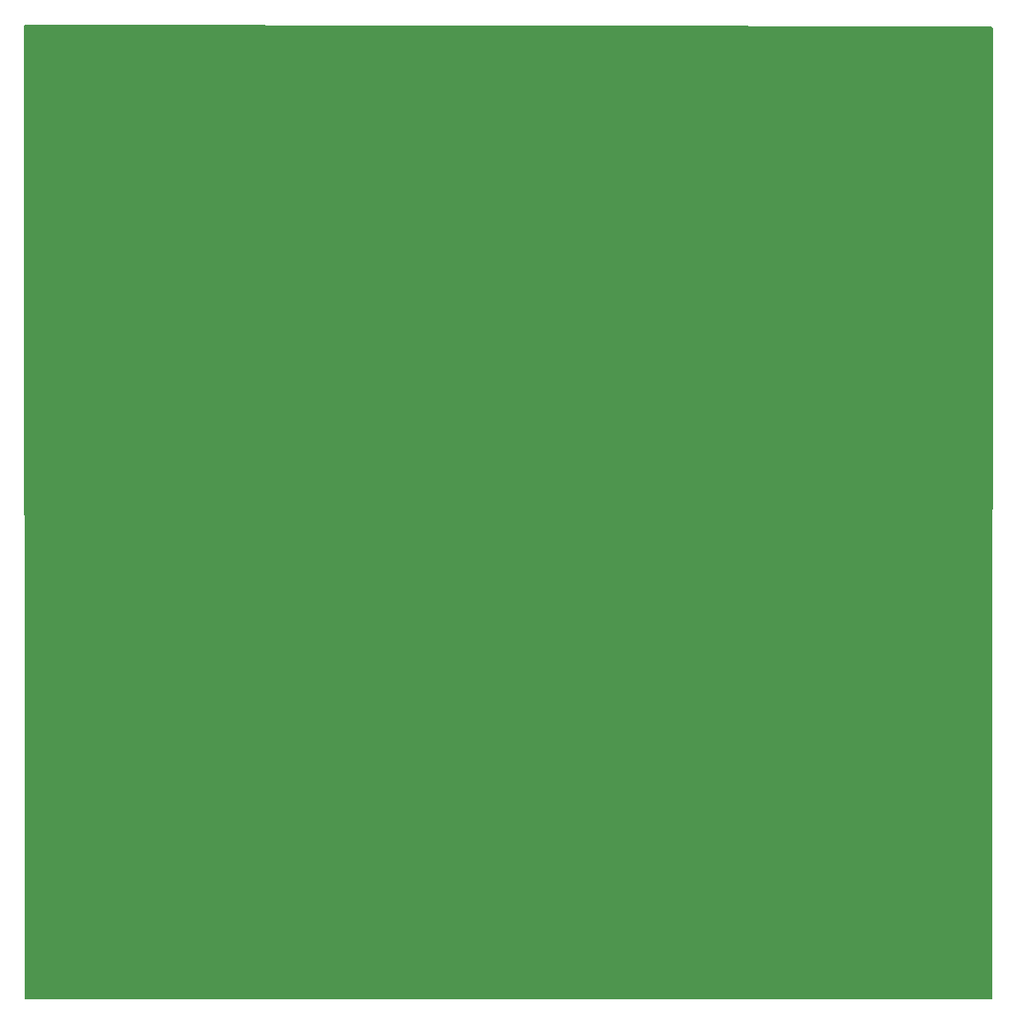
<source format=gbr>
%TF.GenerationSoftware,KiCad,Pcbnew,9.0.5*%
%TF.CreationDate,2025-10-19T21:09:40-05:00*%
%TF.ProjectId,slu,736c752e-6b69-4636-9164-5f7063625858,rev?*%
%TF.SameCoordinates,Original*%
%TF.FileFunction,Profile,NP*%
%FSLAX46Y46*%
G04 Gerber Fmt 4.6, Leading zero omitted, Abs format (unit mm)*
G04 Created by KiCad (PCBNEW 9.0.5) date 2025-10-19 21:09:40*
%MOMM*%
%LPD*%
G01*
G04 APERTURE LIST*
G04 APERTURE END LIST*
G36*
X156556274Y-48987201D02*
G01*
X156623266Y-49007048D01*
X156668893Y-49059962D01*
X156679975Y-49111226D01*
X156660024Y-148763475D01*
X156640326Y-148830510D01*
X156587513Y-148876255D01*
X156535974Y-148887450D01*
X57323925Y-148847549D01*
X57256894Y-148827837D01*
X57211160Y-148775015D01*
X57199975Y-148723574D01*
X57180024Y-48871824D01*
X57199695Y-48804780D01*
X57252490Y-48759015D01*
X57304323Y-48747799D01*
X156556274Y-48987201D01*
G37*
M02*

</source>
